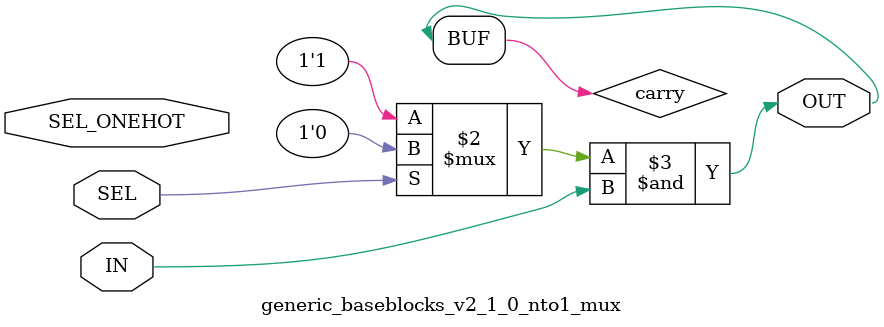
<source format=v>

`timescale 1ps/1ps
`default_nettype none

(* DowngradeIPIdentifiedWarnings="yes" *) 
module generic_baseblocks_v2_1_0_nto1_mux #
  (
   parameter integer C_RATIO         =  1,  // Range: >=1
   parameter integer C_SEL_WIDTH     =  1,  // Range: >=1; recommended: ceil_log2(C_RATIO)
   parameter integer C_DATAOUT_WIDTH =  1,  // Range: >=1
   parameter integer C_ONEHOT        =  0   // Values: 0 = binary-encoded (use SEL); 1 = one-hot (use SEL_ONEHOT)
   )
  (
   input  wire [C_RATIO-1:0]                 SEL_ONEHOT,  // One-hot generic_baseblocks_v2_1_0_mux select (only used if C_ONEHOT=1)
   input  wire [C_SEL_WIDTH-1:0]             SEL,         // Binary-encoded generic_baseblocks_v2_1_0_mux select (only used if C_ONEHOT=0)
   input  wire [C_RATIO*C_DATAOUT_WIDTH-1:0] IN,          // Data input array (num_selections x data_width)
   output wire [C_DATAOUT_WIDTH-1:0]         OUT          // Data output vector
   );

  wire [C_DATAOUT_WIDTH*C_RATIO-1:0] carry;
  genvar i;
  
  generate
    if (C_ONEHOT == 0) begin : gen_encoded
      assign carry[C_DATAOUT_WIDTH-1:0] = {C_DATAOUT_WIDTH{(SEL==0)?1'b1:1'b0}} & IN[C_DATAOUT_WIDTH-1:0];
      for (i=1;i<C_RATIO;i=i+1) begin : gen_carrychain_enc
        assign carry[(i+1)*C_DATAOUT_WIDTH-1:i*C_DATAOUT_WIDTH] = 
               carry[i*C_DATAOUT_WIDTH-1:(i-1)*C_DATAOUT_WIDTH] |
               {C_DATAOUT_WIDTH{(SEL==i)?1'b1:1'b0}} & IN[(i+1)*C_DATAOUT_WIDTH-1:i*C_DATAOUT_WIDTH];
      end
    end else begin : gen_onehot
      assign carry[C_DATAOUT_WIDTH-1:0] = {C_DATAOUT_WIDTH{SEL_ONEHOT[0]}} & IN[C_DATAOUT_WIDTH-1:0];
      for (i=1;i<C_RATIO;i=i+1) begin : gen_carrychain_hot
        assign carry[(i+1)*C_DATAOUT_WIDTH-1:i*C_DATAOUT_WIDTH] = 
               carry[i*C_DATAOUT_WIDTH-1:(i-1)*C_DATAOUT_WIDTH] |
               {C_DATAOUT_WIDTH{SEL_ONEHOT[i]}} & IN[(i+1)*C_DATAOUT_WIDTH-1:i*C_DATAOUT_WIDTH];
      end
    end
  endgenerate
  assign OUT = carry[C_DATAOUT_WIDTH*C_RATIO-1:
                     C_DATAOUT_WIDTH*(C_RATIO-1)];
endmodule

`default_nettype wire

</source>
